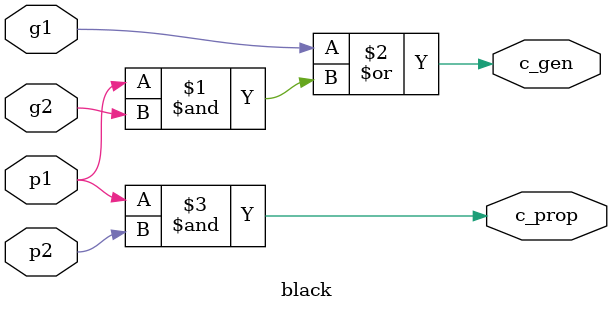
<source format=v>
module black ( g1, p1, g2, p2, c_gen, c_prop ) ;
    
    input  g1, p1, g2, p2 ;
    output c_gen, c_prop  ;
    
    
    assign c_gen  = (g1 | ( p1 & g2 )) ;
    assign c_prop = p1 & p2            ;
    
endmodule

</source>
